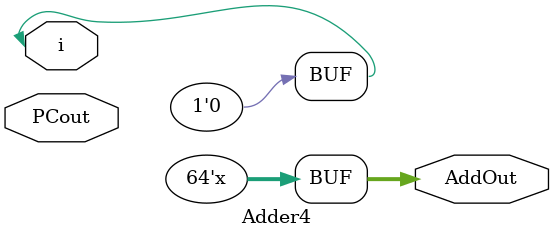
<source format=sv>
module Adder4(PCout, i, AddOut);

	input [63:0] PCout;
	input i;
	
	output reg [63:0] AddOut;

	always @(*) begin
		i <= 4;
		AddOut <= PCout + i;
	end
endmodule
</source>
